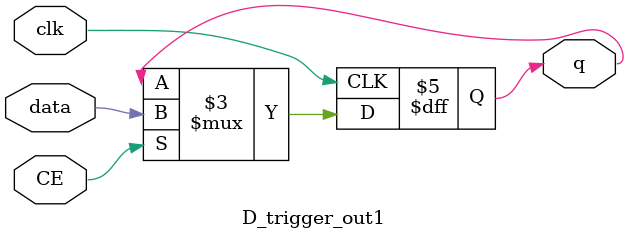
<source format=v>
`timescale 1ns / 1ps

module D_trigger_out1(
                 input clk,
                 input CE,
                 input data,
                 output reg q);
                 
    always @(posedge clk) begin
            if (CE) begin
                q <= data;
            end
    end
    
    initial
    q <= 0;
    
endmodule
</source>
